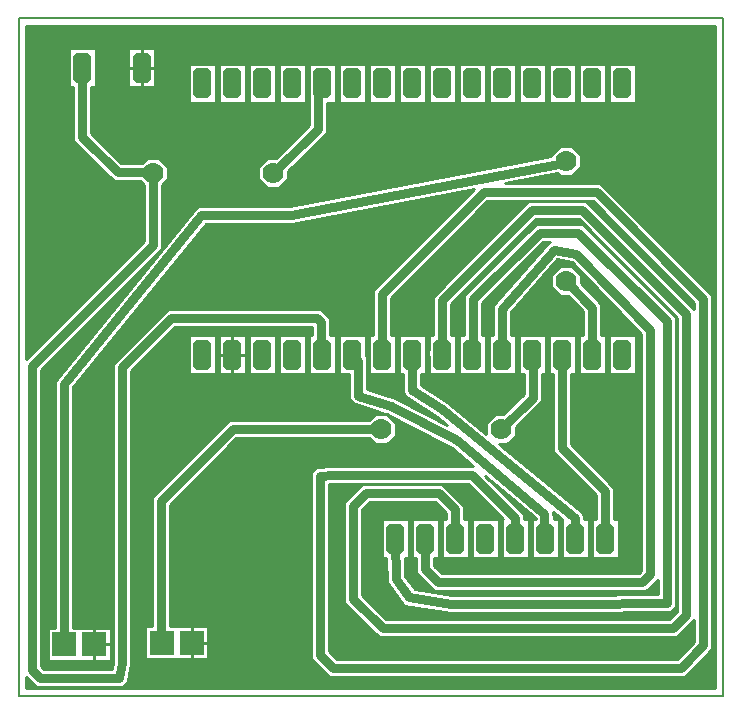
<source format=gbr>
G04 PROTEUS GERBER X2 FILE*
%TF.GenerationSoftware,Labcenter,Proteus,8.5-SP0-Build22067*%
%TF.CreationDate,2018-02-21T14:47:53+00:00*%
%TF.FileFunction,Copper,L16,Bot*%
%TF.FilePolarity,Positive*%
%TF.Part,Single*%
%FSLAX45Y45*%
%MOMM*%
G01*
%TA.AperFunction,Conductor*%
%ADD10C,0.762000*%
%ADD11C,0.254000*%
%AMDIL002*
4,1,8,
-0.762000,0.965200,-0.457200,1.270000,0.457200,1.270000,0.762000,0.965200,0.762000,-0.965200,
0.457200,-1.270000,-0.457200,-1.270000,-0.762000,-0.965200,-0.762000,0.965200,
0*%
%TA.AperFunction,ComponentPad*%
%ADD12DIL002*%
%ADD13R,2.032000X2.032000*%
%ADD14C,1.778000*%
%TA.AperFunction,Profile*%
%ADD15C,0.203200*%
G36*
X+3928760Y+2611120D02*
X-1905000Y+2611120D01*
X-1905000Y+2710329D01*
X-1819912Y+2625241D01*
X-1095977Y+2625241D01*
X-1054400Y+2658165D01*
X-1048322Y+2683975D01*
X-1017320Y+2815632D01*
X-1017320Y+5296799D01*
X-646673Y+5667446D01*
X+510541Y+5667446D01*
X+510541Y+5600699D01*
X+485141Y+5600699D01*
X+485141Y+5270501D01*
X+713739Y+5270501D01*
X+713739Y+5600699D01*
X+662939Y+5600699D01*
X+662939Y+5746563D01*
X+589658Y+5819844D01*
X-709795Y+5819844D01*
X-1169718Y+5359921D01*
X-1169718Y+2833328D01*
X-1182832Y+2777639D01*
X-1756786Y+2777639D01*
X-1779754Y+2800607D01*
X-1779754Y+5306457D01*
X-754381Y+6331830D01*
X-754381Y+6868895D01*
X-703581Y+6919695D01*
X-703581Y+7024905D01*
X-777975Y+7099299D01*
X-883185Y+7099299D01*
X-924762Y+7057722D01*
X-1100589Y+7057722D01*
X-1353821Y+7310954D01*
X-1353821Y+7701281D01*
X-1315721Y+7701281D01*
X-1315721Y+8031479D01*
X-1544319Y+8031479D01*
X-1544319Y+7701281D01*
X-1506219Y+7701281D01*
X-1506219Y+7247832D01*
X-1163711Y+6905324D01*
X-943208Y+6905324D01*
X-906779Y+6868895D01*
X-906779Y+6394952D01*
X-1905000Y+5396731D01*
X-1905000Y+8219440D01*
X+3928760Y+8219440D01*
X+3928760Y+2611120D01*
G37*
%LPC*%
G36*
X+2822479Y+6523260D02*
X+3594239Y+5751500D01*
X+3594097Y+3303814D01*
X+3550327Y+3259334D01*
X+2730867Y+3246121D01*
X+1686080Y+3246121D01*
X+1295497Y+3310625D01*
X+1277122Y+3335694D01*
X+1147945Y+3511936D01*
X+1143444Y+3713481D01*
X+1102361Y+3713481D01*
X+1102361Y+4043679D01*
X+1330959Y+4043679D01*
X+1330959Y+3713481D01*
X+1296548Y+3713481D01*
X+1299369Y+3563135D01*
X+1381664Y+3450855D01*
X+1698571Y+3398519D01*
X+2729659Y+3398519D01*
X+3441705Y+3410000D01*
X+3441712Y+3531536D01*
X+3342386Y+3432210D01*
X+1548051Y+3432210D01*
X+1394461Y+3585800D01*
X+1394461Y+3713481D01*
X+1356361Y+3713481D01*
X+1356361Y+4043679D01*
X+1584959Y+4043679D01*
X+1584959Y+3713481D01*
X+1546859Y+3713481D01*
X+1546859Y+3648922D01*
X+1611173Y+3584608D01*
X+3279260Y+3584608D01*
X+3301466Y+3606814D01*
X+3301466Y+5613563D01*
X+2713354Y+6220740D01*
X+2589392Y+6242226D01*
X+2197232Y+5795646D01*
X+2197232Y+5600699D01*
X+2237739Y+5600699D01*
X+2237739Y+5270501D01*
X+2009141Y+5270501D01*
X+2009141Y+5600699D01*
X+2044834Y+5600699D01*
X+2044834Y+5853060D01*
X+2063777Y+5874632D01*
X+2516195Y+6389832D01*
X+2525684Y+6393181D01*
X+2472501Y+6393181D01*
X+1956601Y+5877281D01*
X+1956601Y+5600699D01*
X+1983739Y+5600699D01*
X+1983739Y+5270501D01*
X+1755141Y+5270501D01*
X+1755141Y+5600699D01*
X+1804203Y+5600699D01*
X+1804203Y+5940403D01*
X+2409379Y+6545579D01*
X+2800160Y+6545579D01*
X+2822479Y+6523260D01*
G37*
G36*
X-530859Y+5600699D02*
X-302261Y+5600699D01*
X-302261Y+5270501D01*
X-530859Y+5270501D01*
X-530859Y+5600699D01*
G37*
G36*
X+713739Y+7570501D02*
X+637539Y+7570501D01*
X+637539Y+7316659D01*
X+312419Y+6991539D01*
X+312419Y+6919695D01*
X+238025Y+6845301D01*
X+132815Y+6845301D01*
X+58421Y+6919695D01*
X+58421Y+7024905D01*
X+132815Y+7099299D01*
X+204659Y+7099299D01*
X+485141Y+7379781D01*
X+485141Y+7900699D01*
X+713739Y+7900699D01*
X+713739Y+7570501D01*
G37*
G36*
X+3025141Y+7900699D02*
X+3253739Y+7900699D01*
X+3253739Y+7570501D01*
X+3025141Y+7570501D01*
X+3025141Y+7900699D01*
G37*
G36*
X+1501141Y+7900699D02*
X+1729739Y+7900699D01*
X+1729739Y+7570501D01*
X+1501141Y+7570501D01*
X+1501141Y+7900699D01*
G37*
G36*
X+231141Y+7900699D02*
X+459739Y+7900699D01*
X+459739Y+7570501D01*
X+231141Y+7570501D01*
X+231141Y+7900699D01*
G37*
G36*
X+2791459Y+7126505D02*
X+2791459Y+7021295D01*
X+2717065Y+6946901D01*
X+2611855Y+6946901D01*
X+2588651Y+6970105D01*
X+2145970Y+6885939D01*
X+2955368Y+6885939D01*
X+3900860Y+5940447D01*
X+3900860Y+2942109D01*
X+3668932Y+2710181D01*
X+659317Y+2710181D01*
X+507466Y+2862032D01*
X+507466Y+4441934D01*
X+548264Y+4485806D01*
X+685712Y+4495799D01*
X+1880567Y+4495799D01*
X+1699922Y+4647889D01*
X+1156097Y+4928066D01*
X+859920Y+5022591D01*
X+830581Y+5062752D01*
X+830581Y+5270501D01*
X+739141Y+5270501D01*
X+739141Y+5600699D01*
X+967739Y+5600699D01*
X+967739Y+5429061D01*
X+982979Y+5413821D01*
X+982979Y+5143286D01*
X+1214568Y+5069374D01*
X+1220231Y+5066457D01*
X+1654898Y+4842518D01*
X+1570741Y+4911437D01*
X+1301701Y+5082006D01*
X+1282834Y+5116307D01*
X+1282834Y+5270501D01*
X+1247141Y+5270501D01*
X+1247141Y+5600699D01*
X+1475739Y+5600699D01*
X+1475739Y+5270501D01*
X+1435232Y+5270501D01*
X+1435232Y+5177792D01*
X+1660139Y+5035203D01*
X+1986281Y+4768113D01*
X+1986281Y+4855611D01*
X+2060675Y+4930005D01*
X+2132519Y+4930005D01*
X+2306321Y+5103807D01*
X+2306321Y+5270501D01*
X+2263141Y+5270501D01*
X+2263141Y+5600699D01*
X+2491739Y+5600699D01*
X+2491739Y+5270501D01*
X+2458719Y+5270501D01*
X+2458719Y+5040685D01*
X+2240279Y+4822245D01*
X+2240279Y+4750401D01*
X+2165885Y+4676007D01*
X+2098751Y+4676007D01*
X+2802194Y+4099930D01*
X+2816859Y+4068964D01*
X+2816859Y+4043679D01*
X+2854959Y+4043679D01*
X+2854959Y+3713481D01*
X+2626361Y+3713481D01*
X+2626361Y+4043679D01*
X+2630354Y+4043679D01*
X+2557480Y+4103358D01*
X+2559142Y+4043679D01*
X+2600959Y+4043679D01*
X+2600959Y+3713481D01*
X+2372361Y+3713481D01*
X+2372361Y+4043679D01*
X+2406327Y+4043679D01*
X+2406124Y+4053320D01*
X+1981081Y+4411174D01*
X+2308859Y+4083396D01*
X+2308859Y+4043679D01*
X+2346959Y+4043679D01*
X+2346959Y+3713481D01*
X+2118361Y+3713481D01*
X+2118361Y+4043679D01*
X+2133056Y+4043679D01*
X+1833334Y+4343401D01*
X+691233Y+4343401D01*
X+659864Y+4341120D01*
X+659864Y+2925158D01*
X+722443Y+2862579D01*
X+3605806Y+2862579D01*
X+3748462Y+3005235D01*
X+3748462Y+3189918D01*
X+3603070Y+3044526D01*
X+1080156Y+3044526D01*
X+788203Y+3336479D01*
X+788203Y+4188338D01*
X+939789Y+4339924D01*
X+1617857Y+4339924D01*
X+1800859Y+4156922D01*
X+1800859Y+4043679D01*
X+1838959Y+4043679D01*
X+1838959Y+3713481D01*
X+1610361Y+3713481D01*
X+1610361Y+4043679D01*
X+1648461Y+4043679D01*
X+1648461Y+4093800D01*
X+1554735Y+4187526D01*
X+1002911Y+4187526D01*
X+940601Y+4125216D01*
X+940601Y+3399601D01*
X+1143278Y+3196924D01*
X+3539944Y+3196924D01*
X+3602255Y+3259235D01*
X+3602255Y+5749478D01*
X+2770592Y+6581141D01*
X+2407263Y+6581141D01*
X+1689232Y+5863110D01*
X+1689232Y+5600699D01*
X+1729739Y+5600699D01*
X+1729739Y+5270501D01*
X+1501141Y+5270501D01*
X+1501141Y+5414591D01*
X+1485084Y+5460061D01*
X+1501141Y+5476118D01*
X+1501141Y+5600699D01*
X+1536834Y+5600699D01*
X+1536834Y+5926232D01*
X+2344141Y+6733539D01*
X+2833714Y+6733539D01*
X+3748462Y+5818791D01*
X+3748462Y+5877325D01*
X+2892246Y+6733541D01*
X+1998189Y+6733541D01*
X+1183639Y+5918991D01*
X+1183639Y+5600699D01*
X+1221739Y+5600699D01*
X+1221739Y+5270501D01*
X+993141Y+5270501D01*
X+993141Y+5600699D01*
X+1031241Y+5600699D01*
X+1031241Y+5982113D01*
X+1885555Y+6836427D01*
X+342455Y+6543041D01*
X-387771Y+6543041D01*
X-1506221Y+5157926D01*
X-1506221Y+3121659D01*
X-1188721Y+3121659D01*
X-1188721Y+2842261D01*
X-1722119Y+2842261D01*
X-1722119Y+3121659D01*
X-1658619Y+3121659D01*
X-1658619Y+5211770D01*
X-1641704Y+5232718D01*
X-472614Y+6680548D01*
X-441449Y+6695439D01*
X+328101Y+6695439D01*
X+2537461Y+7115501D01*
X+2537461Y+7126505D01*
X+2611855Y+7200899D01*
X+2717065Y+7200899D01*
X+2791459Y+7126505D01*
G37*
G36*
X-276859Y+5600699D02*
X-48261Y+5600699D01*
X-48261Y+5270501D01*
X-276859Y+5270501D01*
X-276859Y+5600699D01*
G37*
G36*
X-276859Y+7900699D02*
X-48261Y+7900699D01*
X-48261Y+7570501D01*
X-276859Y+7570501D01*
X-276859Y+7900699D01*
G37*
G36*
X+739141Y+7900699D02*
X+967739Y+7900699D01*
X+967739Y+7570501D01*
X+739141Y+7570501D01*
X+739141Y+7900699D01*
G37*
G36*
X-22859Y+5600699D02*
X+205739Y+5600699D01*
X+205739Y+5270501D01*
X-22859Y+5270501D01*
X-22859Y+5600699D01*
G37*
G36*
X+231141Y+5600699D02*
X+459739Y+5600699D01*
X+459739Y+5270501D01*
X+231141Y+5270501D01*
X+231141Y+5600699D01*
G37*
G36*
X+2745739Y+5270501D02*
X+2705232Y+5270501D01*
X+2705232Y+4676285D01*
X+3070859Y+4310658D01*
X+3070859Y+4043679D01*
X+3108959Y+4043679D01*
X+3108959Y+3713481D01*
X+2880361Y+3713481D01*
X+2880361Y+4043679D01*
X+2918461Y+4043679D01*
X+2918461Y+4247536D01*
X+2552834Y+4613163D01*
X+2552834Y+5270501D01*
X+2517141Y+5270501D01*
X+2517141Y+5600699D01*
X+2745739Y+5600699D01*
X+2745739Y+5270501D01*
G37*
G36*
X+2791459Y+6110505D02*
X+2791459Y+6038661D01*
X+2963472Y+5866648D01*
X+2963472Y+5600699D01*
X+2999739Y+5600699D01*
X+2999739Y+5270501D01*
X+2771141Y+5270501D01*
X+2771141Y+5600699D01*
X+2811074Y+5600699D01*
X+2811074Y+5803526D01*
X+2683699Y+5930901D01*
X+2611855Y+5930901D01*
X+2537461Y+6005295D01*
X+2537461Y+6110505D01*
X+2611855Y+6184899D01*
X+2717065Y+6184899D01*
X+2791459Y+6110505D01*
G37*
G36*
X+2009141Y+7900699D02*
X+2237739Y+7900699D01*
X+2237739Y+7570501D01*
X+2009141Y+7570501D01*
X+2009141Y+7900699D01*
G37*
G36*
X+2263141Y+7900699D02*
X+2491739Y+7900699D01*
X+2491739Y+7570501D01*
X+2263141Y+7570501D01*
X+2263141Y+7900699D01*
G37*
G36*
X+3025141Y+5600699D02*
X+3253739Y+5600699D01*
X+3253739Y+5270501D01*
X+3025141Y+5270501D01*
X+3025141Y+5600699D01*
G37*
G36*
X+1247141Y+7900699D02*
X+1475739Y+7900699D01*
X+1475739Y+7570501D01*
X+1247141Y+7570501D01*
X+1247141Y+7900699D01*
G37*
G36*
X+1755141Y+7900699D02*
X+1983739Y+7900699D01*
X+1983739Y+7570501D01*
X+1755141Y+7570501D01*
X+1755141Y+7900699D01*
G37*
G36*
X+2517141Y+7900699D02*
X+2745739Y+7900699D01*
X+2745739Y+7570501D01*
X+2517141Y+7570501D01*
X+2517141Y+7900699D01*
G37*
G36*
X+2771141Y+7900699D02*
X+2999739Y+7900699D01*
X+2999739Y+7570501D01*
X+2771141Y+7570501D01*
X+2771141Y+7900699D01*
G37*
G36*
X-22859Y+7900699D02*
X+205739Y+7900699D01*
X+205739Y+7570501D01*
X-22859Y+7570501D01*
X-22859Y+7900699D01*
G37*
G36*
X+993141Y+7900699D02*
X+1221739Y+7900699D01*
X+1221739Y+7570501D01*
X+993141Y+7570501D01*
X+993141Y+7900699D01*
G37*
G36*
X-530859Y+7900699D02*
X-302261Y+7900699D01*
X-302261Y+7570501D01*
X-530859Y+7570501D01*
X-530859Y+7900699D01*
G37*
G36*
X+1864361Y+4043679D02*
X+2092959Y+4043679D01*
X+2092959Y+3713481D01*
X+1864361Y+3713481D01*
X+1864361Y+4043679D01*
G37*
G36*
X+1224279Y+4855611D02*
X+1224279Y+4750401D01*
X+1149885Y+4676007D01*
X+1044675Y+4676007D01*
X+993875Y+4726807D01*
X-127453Y+4726807D01*
X-690829Y+4163431D01*
X-690829Y+3134359D01*
X-365761Y+3134359D01*
X-365761Y+2854961D01*
X-899159Y+2854961D01*
X-899159Y+3134359D01*
X-843227Y+3134359D01*
X-843227Y+4226553D01*
X-190575Y+4879205D01*
X+993875Y+4879205D01*
X+1044675Y+4930005D01*
X+1149885Y+4930005D01*
X+1224279Y+4855611D01*
G37*
G36*
X-1044319Y+8031479D02*
X-815721Y+8031479D01*
X-815721Y+7701281D01*
X-1044319Y+7701281D01*
X-1044319Y+8031479D01*
G37*
%LPD*%
D10*
X+2994660Y+3878580D02*
X+2994660Y+4279097D01*
X+2629033Y+4644724D01*
X+2629033Y+5433193D01*
X+2631440Y+5435600D01*
X+2740660Y+3878580D02*
X+2740660Y+4051834D01*
X+1615440Y+4973320D01*
X+1359033Y+5135880D01*
X+1359033Y+5433193D01*
X+1361440Y+5435600D01*
X+2486660Y+3878580D02*
X+2481580Y+4089400D01*
X+1742440Y+4711700D01*
X+1185333Y+4998720D01*
X+906780Y+5087620D01*
X+906780Y+5382260D01*
X+853440Y+5435600D01*
X+2113280Y+4803006D02*
X+2382520Y+5072246D01*
X+2382520Y+5308600D01*
X+2377440Y+5435600D01*
X+1097280Y+4803006D02*
X-159014Y+4803006D01*
X-767028Y+4194992D01*
X-767028Y+3002228D01*
X-759460Y+2994660D01*
X+2232660Y+3878580D02*
X+2232660Y+4051835D01*
X+1864895Y+4419600D01*
X+688473Y+4419600D01*
X+583665Y+4411980D01*
X+583665Y+2893595D01*
X+690880Y+2786380D01*
X+3637369Y+2786380D01*
X+3824661Y+2973672D01*
X+3824661Y+5908886D01*
X+2923807Y+6809740D01*
X+1966628Y+6809740D01*
X+1107440Y+5950552D01*
X+1107440Y+5435600D01*
X+1724660Y+3878580D02*
X+1724660Y+4125361D01*
X+1586296Y+4263725D01*
X+971350Y+4263725D01*
X+864402Y+4156777D01*
X+864402Y+3368040D01*
X+1111717Y+3120725D01*
X+3571507Y+3120725D01*
X+3678454Y+3227672D01*
X+3678454Y+5781039D01*
X+2802153Y+6657340D01*
X+2375702Y+6657340D01*
X+1613033Y+5894671D01*
X+1613033Y+5480250D01*
X+1572928Y+5440145D01*
X+1615440Y+5435600D01*
X+1216660Y+3878580D02*
X+1223636Y+3537564D01*
X+1338580Y+3380740D01*
X+1692326Y+3322320D01*
X+2730267Y+3322320D01*
X+3517900Y+3335020D01*
X+3518038Y+5719941D01*
X+2768599Y+6469380D01*
X+2440940Y+6469380D01*
X+1880402Y+5908842D01*
X+1880402Y+5393356D01*
X+1860349Y+5373303D01*
X+1869440Y+5435600D01*
X+1470660Y+3878580D02*
X+1470660Y+3617361D01*
X+1579612Y+3508409D01*
X+3310823Y+3508409D01*
X+3377665Y+3575251D01*
X+3377665Y+5644415D01*
X+2750820Y+6291580D01*
X+2560320Y+6324600D01*
X+2121033Y+5824353D01*
X+2121033Y+5438007D01*
X+2123440Y+5435600D01*
X+2664460Y+6057900D02*
X+2887273Y+5835087D01*
X+2887273Y+5807147D01*
X+2887273Y+5437433D01*
X+2885440Y+5435600D01*
X+599440Y+7735600D02*
X+561340Y+7735600D01*
X+561340Y+7348220D01*
X+185420Y+6972300D01*
X-1430020Y+7866380D02*
X-1430020Y+7279393D01*
X-1132150Y+6981523D01*
X-839803Y+6981523D01*
X-830580Y+6972300D01*
X-830580Y+6363391D01*
X-1855953Y+5338018D01*
X-1855953Y+2769044D01*
X-1788349Y+2701440D01*
X-1122492Y+2701440D01*
X-1093519Y+2824480D01*
X-1093519Y+5328360D01*
X-678234Y+5743645D01*
X+558095Y+5743645D01*
X+586740Y+5715000D01*
X+586740Y+5448300D01*
X+599440Y+5435600D01*
X-1582420Y+2981960D02*
X-1582420Y+5184848D01*
X-424180Y+6619240D01*
X+335280Y+6619240D01*
X+2649869Y+7059309D01*
X+2664460Y+7073900D01*
D11*
X+3928760Y+2611120D02*
X-1905000Y+2611120D01*
X-1905000Y+2710329D01*
X-1819912Y+2625241D01*
X-1095977Y+2625241D01*
X-1054400Y+2658165D01*
X-1048322Y+2683975D01*
X-1017320Y+2815632D01*
X-1017320Y+5296799D01*
X-646673Y+5667446D01*
X+510541Y+5667446D01*
X+510541Y+5600699D01*
X+485141Y+5600699D01*
X+485141Y+5270501D01*
X+713739Y+5270501D01*
X+713739Y+5600699D01*
X+662939Y+5600699D01*
X+662939Y+5746563D01*
X+589658Y+5819844D01*
X-709795Y+5819844D01*
X-1169718Y+5359921D01*
X-1169718Y+2833328D01*
X-1182832Y+2777639D01*
X-1756786Y+2777639D01*
X-1779754Y+2800607D01*
X-1779754Y+5306457D01*
X-754381Y+6331830D01*
X-754381Y+6868895D01*
X-703581Y+6919695D01*
X-703581Y+7024905D01*
X-777975Y+7099299D01*
X-883185Y+7099299D01*
X-924762Y+7057722D01*
X-1100589Y+7057722D01*
X-1353821Y+7310954D01*
X-1353821Y+7701281D01*
X-1315721Y+7701281D01*
X-1315721Y+8031479D01*
X-1544319Y+8031479D01*
X-1544319Y+7701281D01*
X-1506219Y+7701281D01*
X-1506219Y+7247832D01*
X-1163711Y+6905324D01*
X-943208Y+6905324D01*
X-906779Y+6868895D01*
X-906779Y+6394952D01*
X-1905000Y+5396731D01*
X-1905000Y+8219440D01*
X+3928760Y+8219440D01*
X+3928760Y+2611120D01*
X+2822479Y+6523260D02*
X+3594239Y+5751500D01*
X+3594097Y+3303814D01*
X+3550327Y+3259334D01*
X+2730867Y+3246121D01*
X+1686080Y+3246121D01*
X+1295497Y+3310625D01*
X+1277122Y+3335694D01*
X+1147945Y+3511936D01*
X+1143444Y+3713481D01*
X+1102361Y+3713481D01*
X+1102361Y+4043679D01*
X+1330959Y+4043679D01*
X+1330959Y+3713481D01*
X+1296548Y+3713481D01*
X+1299369Y+3563135D01*
X+1381664Y+3450855D01*
X+1698571Y+3398519D01*
X+2729659Y+3398519D01*
X+3441705Y+3410000D01*
X+3441712Y+3531536D01*
X+3342386Y+3432210D01*
X+1548051Y+3432210D01*
X+1394461Y+3585800D01*
X+1394461Y+3713481D01*
X+1356361Y+3713481D01*
X+1356361Y+4043679D01*
X+1584959Y+4043679D01*
X+1584959Y+3713481D01*
X+1546859Y+3713481D01*
X+1546859Y+3648922D01*
X+1611173Y+3584608D01*
X+3279260Y+3584608D01*
X+3301466Y+3606814D01*
X+3301466Y+5613563D01*
X+2713354Y+6220740D01*
X+2589392Y+6242226D01*
X+2197232Y+5795646D01*
X+2197232Y+5600699D01*
X+2237739Y+5600699D01*
X+2237739Y+5270501D01*
X+2009141Y+5270501D01*
X+2009141Y+5600699D01*
X+2044834Y+5600699D01*
X+2044834Y+5853060D01*
X+2063777Y+5874632D01*
X+2516195Y+6389832D01*
X+2525684Y+6393181D01*
X+2472501Y+6393181D01*
X+1956601Y+5877281D01*
X+1956601Y+5600699D01*
X+1983739Y+5600699D01*
X+1983739Y+5270501D01*
X+1755141Y+5270501D01*
X+1755141Y+5600699D01*
X+1804203Y+5600699D01*
X+1804203Y+5940403D01*
X+2409379Y+6545579D01*
X+2800160Y+6545579D01*
X+2822479Y+6523260D01*
X-530859Y+5600699D02*
X-302261Y+5600699D01*
X-302261Y+5270501D01*
X-530859Y+5270501D01*
X-530859Y+5600699D01*
X+713739Y+7570501D02*
X+637539Y+7570501D01*
X+637539Y+7316659D01*
X+312419Y+6991539D01*
X+312419Y+6919695D01*
X+238025Y+6845301D01*
X+132815Y+6845301D01*
X+58421Y+6919695D01*
X+58421Y+7024905D01*
X+132815Y+7099299D01*
X+204659Y+7099299D01*
X+485141Y+7379781D01*
X+485141Y+7900699D01*
X+713739Y+7900699D01*
X+713739Y+7570501D01*
X+3025141Y+7900699D02*
X+3253739Y+7900699D01*
X+3253739Y+7570501D01*
X+3025141Y+7570501D01*
X+3025141Y+7900699D01*
X+1501141Y+7900699D02*
X+1729739Y+7900699D01*
X+1729739Y+7570501D01*
X+1501141Y+7570501D01*
X+1501141Y+7900699D01*
X+231141Y+7900699D02*
X+459739Y+7900699D01*
X+459739Y+7570501D01*
X+231141Y+7570501D01*
X+231141Y+7900699D01*
X+2791459Y+7126505D02*
X+2791459Y+7021295D01*
X+2717065Y+6946901D01*
X+2611855Y+6946901D01*
X+2588651Y+6970105D01*
X+2145970Y+6885939D01*
X+2955368Y+6885939D01*
X+3900860Y+5940447D01*
X+3900860Y+2942109D01*
X+3668932Y+2710181D01*
X+659317Y+2710181D01*
X+507466Y+2862032D01*
X+507466Y+4441934D01*
X+548264Y+4485806D01*
X+685712Y+4495799D01*
X+1880567Y+4495799D01*
X+1699922Y+4647889D01*
X+1156097Y+4928066D01*
X+859920Y+5022591D01*
X+830581Y+5062752D01*
X+830581Y+5270501D01*
X+739141Y+5270501D01*
X+739141Y+5600699D01*
X+967739Y+5600699D01*
X+967739Y+5429061D01*
X+982979Y+5413821D01*
X+982979Y+5143286D01*
X+1214568Y+5069374D01*
X+1220231Y+5066457D01*
X+1654898Y+4842518D01*
X+1570741Y+4911437D01*
X+1301701Y+5082006D01*
X+1282834Y+5116307D01*
X+1282834Y+5270501D01*
X+1247141Y+5270501D01*
X+1247141Y+5600699D01*
X+1475739Y+5600699D01*
X+1475739Y+5270501D01*
X+1435232Y+5270501D01*
X+1435232Y+5177792D01*
X+1660139Y+5035203D01*
X+1986281Y+4768113D01*
X+1986281Y+4855611D01*
X+2060675Y+4930005D01*
X+2132519Y+4930005D01*
X+2306321Y+5103807D01*
X+2306321Y+5270501D01*
X+2263141Y+5270501D01*
X+2263141Y+5600699D01*
X+2491739Y+5600699D01*
X+2491739Y+5270501D01*
X+2458719Y+5270501D01*
X+2458719Y+5040685D01*
X+2240279Y+4822245D01*
X+2240279Y+4750401D01*
X+2165885Y+4676007D01*
X+2098751Y+4676007D01*
X+2802194Y+4099930D01*
X+2816859Y+4068964D01*
X+2816859Y+4043679D01*
X+2854959Y+4043679D01*
X+2854959Y+3713481D01*
X+2626361Y+3713481D01*
X+2626361Y+4043679D01*
X+2630354Y+4043679D01*
X+2557480Y+4103358D01*
X+2559142Y+4043679D01*
X+2600959Y+4043679D01*
X+2600959Y+3713481D01*
X+2372361Y+3713481D01*
X+2372361Y+4043679D01*
X+2406327Y+4043679D01*
X+2406124Y+4053320D01*
X+1981081Y+4411174D01*
X+2308859Y+4083396D01*
X+2308859Y+4043679D01*
X+2346959Y+4043679D01*
X+2346959Y+3713481D01*
X+2118361Y+3713481D01*
X+2118361Y+4043679D01*
X+2133056Y+4043679D01*
X+1833334Y+4343401D01*
X+691233Y+4343401D01*
X+659864Y+4341120D01*
X+659864Y+2925158D01*
X+722443Y+2862579D01*
X+3605806Y+2862579D01*
X+3748462Y+3005235D01*
X+3748462Y+3189918D01*
X+3603070Y+3044526D01*
X+1080156Y+3044526D01*
X+788203Y+3336479D01*
X+788203Y+4188338D01*
X+939789Y+4339924D01*
X+1617857Y+4339924D01*
X+1800859Y+4156922D01*
X+1800859Y+4043679D01*
X+1838959Y+4043679D01*
X+1838959Y+3713481D01*
X+1610361Y+3713481D01*
X+1610361Y+4043679D01*
X+1648461Y+4043679D01*
X+1648461Y+4093800D01*
X+1554735Y+4187526D01*
X+1002911Y+4187526D01*
X+940601Y+4125216D01*
X+940601Y+3399601D01*
X+1143278Y+3196924D01*
X+3539944Y+3196924D01*
X+3602255Y+3259235D01*
X+3602255Y+5749478D01*
X+2770592Y+6581141D01*
X+2407263Y+6581141D01*
X+1689232Y+5863110D01*
X+1689232Y+5600699D01*
X+1729739Y+5600699D01*
X+1729739Y+5270501D01*
X+1501141Y+5270501D01*
X+1501141Y+5414591D01*
X+1485084Y+5460061D01*
X+1501141Y+5476118D01*
X+1501141Y+5600699D01*
X+1536834Y+5600699D01*
X+1536834Y+5926232D01*
X+2344141Y+6733539D01*
X+2833714Y+6733539D01*
X+3748462Y+5818791D01*
X+3748462Y+5877325D01*
X+2892246Y+6733541D01*
X+1998189Y+6733541D01*
X+1183639Y+5918991D01*
X+1183639Y+5600699D01*
X+1221739Y+5600699D01*
X+1221739Y+5270501D01*
X+993141Y+5270501D01*
X+993141Y+5600699D01*
X+1031241Y+5600699D01*
X+1031241Y+5982113D01*
X+1885555Y+6836427D01*
X+342455Y+6543041D01*
X-387771Y+6543041D01*
X-1506221Y+5157926D01*
X-1506221Y+3121659D01*
X-1188721Y+3121659D01*
X-1188721Y+2842261D01*
X-1722119Y+2842261D01*
X-1722119Y+3121659D01*
X-1658619Y+3121659D01*
X-1658619Y+5211770D01*
X-1641704Y+5232718D01*
X-472614Y+6680548D01*
X-441449Y+6695439D01*
X+328101Y+6695439D01*
X+2537461Y+7115501D01*
X+2537461Y+7126505D01*
X+2611855Y+7200899D01*
X+2717065Y+7200899D01*
X+2791459Y+7126505D01*
X-276859Y+5600699D02*
X-48261Y+5600699D01*
X-48261Y+5270501D01*
X-276859Y+5270501D01*
X-276859Y+5600699D01*
X-276859Y+7900699D02*
X-48261Y+7900699D01*
X-48261Y+7570501D01*
X-276859Y+7570501D01*
X-276859Y+7900699D01*
X+739141Y+7900699D02*
X+967739Y+7900699D01*
X+967739Y+7570501D01*
X+739141Y+7570501D01*
X+739141Y+7900699D01*
X-22859Y+5600699D02*
X+205739Y+5600699D01*
X+205739Y+5270501D01*
X-22859Y+5270501D01*
X-22859Y+5600699D01*
X+231141Y+5600699D02*
X+459739Y+5600699D01*
X+459739Y+5270501D01*
X+231141Y+5270501D01*
X+231141Y+5600699D01*
X+2745739Y+5270501D02*
X+2705232Y+5270501D01*
X+2705232Y+4676285D01*
X+3070859Y+4310658D01*
X+3070859Y+4043679D01*
X+3108959Y+4043679D01*
X+3108959Y+3713481D01*
X+2880361Y+3713481D01*
X+2880361Y+4043679D01*
X+2918461Y+4043679D01*
X+2918461Y+4247536D01*
X+2552834Y+4613163D01*
X+2552834Y+5270501D01*
X+2517141Y+5270501D01*
X+2517141Y+5600699D01*
X+2745739Y+5600699D01*
X+2745739Y+5270501D01*
X+2791459Y+6110505D02*
X+2791459Y+6038661D01*
X+2963472Y+5866648D01*
X+2963472Y+5600699D01*
X+2999739Y+5600699D01*
X+2999739Y+5270501D01*
X+2771141Y+5270501D01*
X+2771141Y+5600699D01*
X+2811074Y+5600699D01*
X+2811074Y+5803526D01*
X+2683699Y+5930901D01*
X+2611855Y+5930901D01*
X+2537461Y+6005295D01*
X+2537461Y+6110505D01*
X+2611855Y+6184899D01*
X+2717065Y+6184899D01*
X+2791459Y+6110505D01*
X+2009141Y+7900699D02*
X+2237739Y+7900699D01*
X+2237739Y+7570501D01*
X+2009141Y+7570501D01*
X+2009141Y+7900699D01*
X+2263141Y+7900699D02*
X+2491739Y+7900699D01*
X+2491739Y+7570501D01*
X+2263141Y+7570501D01*
X+2263141Y+7900699D01*
X+3025141Y+5600699D02*
X+3253739Y+5600699D01*
X+3253739Y+5270501D01*
X+3025141Y+5270501D01*
X+3025141Y+5600699D01*
X+1247141Y+7900699D02*
X+1475739Y+7900699D01*
X+1475739Y+7570501D01*
X+1247141Y+7570501D01*
X+1247141Y+7900699D01*
X+1755141Y+7900699D02*
X+1983739Y+7900699D01*
X+1983739Y+7570501D01*
X+1755141Y+7570501D01*
X+1755141Y+7900699D01*
X+2517141Y+7900699D02*
X+2745739Y+7900699D01*
X+2745739Y+7570501D01*
X+2517141Y+7570501D01*
X+2517141Y+7900699D01*
X+2771141Y+7900699D02*
X+2999739Y+7900699D01*
X+2999739Y+7570501D01*
X+2771141Y+7570501D01*
X+2771141Y+7900699D01*
X-22859Y+7900699D02*
X+205739Y+7900699D01*
X+205739Y+7570501D01*
X-22859Y+7570501D01*
X-22859Y+7900699D01*
X+993141Y+7900699D02*
X+1221739Y+7900699D01*
X+1221739Y+7570501D01*
X+993141Y+7570501D01*
X+993141Y+7900699D01*
X-530859Y+7900699D02*
X-302261Y+7900699D01*
X-302261Y+7570501D01*
X-530859Y+7570501D01*
X-530859Y+7900699D01*
X+1864361Y+4043679D02*
X+2092959Y+4043679D01*
X+2092959Y+3713481D01*
X+1864361Y+3713481D01*
X+1864361Y+4043679D01*
X+1224279Y+4855611D02*
X+1224279Y+4750401D01*
X+1149885Y+4676007D01*
X+1044675Y+4676007D01*
X+993875Y+4726807D01*
X-127453Y+4726807D01*
X-690829Y+4163431D01*
X-690829Y+3134359D01*
X-365761Y+3134359D01*
X-365761Y+2854961D01*
X-899159Y+2854961D01*
X-899159Y+3134359D01*
X-843227Y+3134359D01*
X-843227Y+4226553D01*
X-190575Y+4879205D01*
X+993875Y+4879205D01*
X+1044675Y+4930005D01*
X+1149885Y+4930005D01*
X+1224279Y+4855611D01*
X-1044319Y+8031479D02*
X-815721Y+8031479D01*
X-815721Y+7701281D01*
X-1044319Y+7701281D01*
X-1044319Y+8031479D01*
X-276859Y+5435600D02*
X-162560Y+5435600D01*
X-48261Y+5435600D02*
X-162560Y+5435600D01*
X-162560Y+5270501D02*
X-162560Y+5435600D01*
X-162560Y+5600699D02*
X-162560Y+5435600D01*
X-365761Y+2994660D02*
X-505460Y+2994660D01*
X-505460Y+2854961D02*
X-505460Y+2994660D01*
X-505460Y+3134359D02*
X-505460Y+2994660D01*
X-1188721Y+2981960D02*
X-1328420Y+2981960D01*
X-1328420Y+2842261D02*
X-1328420Y+2981960D01*
X-1328420Y+3121659D02*
X-1328420Y+2981960D01*
X-1044319Y+7866380D02*
X-930020Y+7866380D01*
X-815721Y+7866380D02*
X-930020Y+7866380D01*
X-930020Y+7701281D02*
X-930020Y+7866380D01*
X-930020Y+8031479D02*
X-930020Y+7866380D01*
D12*
X+1869440Y+5435600D03*
X-416560Y+5435600D03*
X+599440Y+7735600D03*
X+3139440Y+7735600D03*
X+1615440Y+7735600D03*
X+345440Y+7735600D03*
X+1615440Y+5435600D03*
X-162560Y+5435600D03*
X-162560Y+7735600D03*
X+853440Y+7735600D03*
X+2377440Y+5435600D03*
X+91440Y+5435600D03*
X+2123440Y+5435600D03*
X+345440Y+5435600D03*
X+2631440Y+5435600D03*
X+2885440Y+5435600D03*
X+2123440Y+7735600D03*
X+2377440Y+7735600D03*
X+1107440Y+5435600D03*
X+853440Y+5435600D03*
X+1361440Y+5435600D03*
X+599440Y+5435600D03*
X+3139440Y+5435600D03*
X+1361440Y+7735600D03*
X+1869440Y+7735600D03*
X+2631440Y+7735600D03*
X+2885440Y+7735600D03*
X+91440Y+7735600D03*
X+1107440Y+7735600D03*
X-416560Y+7735600D03*
X+1216660Y+3878580D03*
X+1470660Y+3878580D03*
X+1724660Y+3878580D03*
X+1978660Y+3878580D03*
X+2232660Y+3878580D03*
X+2486660Y+3878580D03*
X+2740660Y+3878580D03*
X+2994660Y+3878580D03*
D13*
X-759460Y+2994660D03*
X-505460Y+2994660D03*
D14*
X+2664460Y+7073900D03*
X+2664460Y+6057900D03*
D13*
X-1582420Y+2981960D03*
X-1328420Y+2981960D03*
D14*
X+1097280Y+4803006D03*
X+2113280Y+4803006D03*
D12*
X-1430020Y+7866380D03*
X-930020Y+7866380D03*
D14*
X-830580Y+6972300D03*
X+185420Y+6972300D03*
D15*
X-1968500Y+2547620D02*
X+3992260Y+2547620D01*
X+3992260Y+8282940D01*
X-1968500Y+8282940D01*
X-1968500Y+2547620D01*
M02*

</source>
